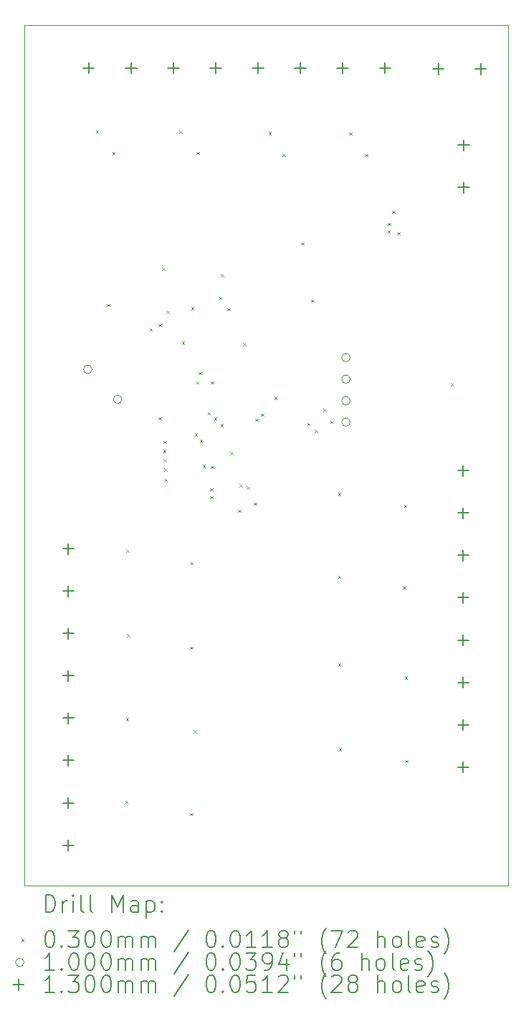
<source format=gbr>
%TF.GenerationSoftware,KiCad,Pcbnew,(6.0.7)*%
%TF.CreationDate,2023-04-24T21:56:24-07:00*%
%TF.ProjectId,OBC-Attempt-2,4f42432d-4174-4746-956d-70742d322e6b,rev?*%
%TF.SameCoordinates,Original*%
%TF.FileFunction,Drillmap*%
%TF.FilePolarity,Positive*%
%FSLAX45Y45*%
G04 Gerber Fmt 4.5, Leading zero omitted, Abs format (unit mm)*
G04 Created by KiCad (PCBNEW (6.0.7)) date 2023-04-24 21:56:24*
%MOMM*%
%LPD*%
G01*
G04 APERTURE LIST*
%ADD10C,0.100000*%
%ADD11C,0.200000*%
%ADD12C,0.030000*%
%ADD13C,0.130000*%
G04 APERTURE END LIST*
D10*
X2540000Y-2540000D02*
X8255000Y-2540000D01*
X8255000Y-2540000D02*
X8255000Y-12700000D01*
X8255000Y-12700000D02*
X2540000Y-12700000D01*
X2540000Y-12700000D02*
X2540000Y-2540000D01*
D11*
D12*
X3385920Y-3785000D02*
X3415920Y-3815000D01*
X3415920Y-3785000D02*
X3385920Y-3815000D01*
X3516340Y-5834040D02*
X3546340Y-5864040D01*
X3546340Y-5834040D02*
X3516340Y-5864040D01*
X3580000Y-4045000D02*
X3610000Y-4075000D01*
X3610000Y-4045000D02*
X3580000Y-4075000D01*
X3731340Y-11701040D02*
X3761340Y-11731040D01*
X3761340Y-11701040D02*
X3731340Y-11731040D01*
X3739340Y-10724040D02*
X3769340Y-10754040D01*
X3769340Y-10724040D02*
X3739340Y-10754040D01*
X3743340Y-8736040D02*
X3773340Y-8766040D01*
X3773340Y-8736040D02*
X3743340Y-8766040D01*
X3751340Y-9735040D02*
X3781340Y-9765040D01*
X3781340Y-9735040D02*
X3751340Y-9765040D01*
X4018000Y-6124000D02*
X4048000Y-6154000D01*
X4048000Y-6124000D02*
X4018000Y-6154000D01*
X4125000Y-7171000D02*
X4155000Y-7201000D01*
X4155000Y-7171000D02*
X4125000Y-7201000D01*
X4127000Y-6070000D02*
X4157000Y-6100000D01*
X4157000Y-6070000D02*
X4127000Y-6100000D01*
X4167900Y-5406240D02*
X4197900Y-5436240D01*
X4197900Y-5406240D02*
X4167900Y-5436240D01*
X4180660Y-7558980D02*
X4210660Y-7588980D01*
X4210660Y-7558980D02*
X4180660Y-7588980D01*
X4183160Y-7668980D02*
X4213160Y-7698980D01*
X4213160Y-7668980D02*
X4183160Y-7698980D01*
X4185660Y-7451480D02*
X4215660Y-7481480D01*
X4215660Y-7451480D02*
X4185660Y-7481480D01*
X4190660Y-7778980D02*
X4220660Y-7808980D01*
X4220660Y-7778980D02*
X4190660Y-7808980D01*
X4195660Y-7901480D02*
X4225660Y-7931480D01*
X4225660Y-7901480D02*
X4195660Y-7931480D01*
X4218700Y-5916780D02*
X4248700Y-5946780D01*
X4248700Y-5916780D02*
X4218700Y-5946780D01*
X4371440Y-3790080D02*
X4401440Y-3820080D01*
X4401440Y-3790080D02*
X4371440Y-3820080D01*
X4400000Y-6281000D02*
X4430000Y-6311000D01*
X4430000Y-6281000D02*
X4400000Y-6311000D01*
X4496340Y-9880040D02*
X4526340Y-9910040D01*
X4526340Y-9880040D02*
X4496340Y-9910040D01*
X4498340Y-11847040D02*
X4528340Y-11877040D01*
X4528340Y-11847040D02*
X4498340Y-11877040D01*
X4502340Y-8883040D02*
X4532340Y-8913040D01*
X4532340Y-8883040D02*
X4502340Y-8913040D01*
X4509000Y-5875000D02*
X4539000Y-5905000D01*
X4539000Y-5875000D02*
X4509000Y-5905000D01*
X4538340Y-10867040D02*
X4568340Y-10897040D01*
X4568340Y-10867040D02*
X4538340Y-10897040D01*
X4553310Y-7363980D02*
X4583310Y-7393980D01*
X4583310Y-7363980D02*
X4553310Y-7393980D01*
X4570340Y-6749040D02*
X4600340Y-6779040D01*
X4600340Y-6749040D02*
X4570340Y-6779040D01*
X4575000Y-4039000D02*
X4605000Y-4069000D01*
X4605000Y-4039000D02*
X4575000Y-4069000D01*
X4597622Y-6641018D02*
X4627622Y-6671018D01*
X4627622Y-6641018D02*
X4597622Y-6671018D01*
X4613160Y-7438980D02*
X4643160Y-7468980D01*
X4643160Y-7438980D02*
X4613160Y-7468980D01*
X4645000Y-7737500D02*
X4675000Y-7767500D01*
X4675000Y-7737500D02*
X4645000Y-7767500D01*
X4703160Y-7111480D02*
X4733160Y-7141480D01*
X4733160Y-7111480D02*
X4703160Y-7141480D01*
X4733160Y-8008830D02*
X4763160Y-8038830D01*
X4763160Y-8008830D02*
X4733160Y-8038830D01*
X4733160Y-8103980D02*
X4763160Y-8133980D01*
X4763160Y-8103980D02*
X4733160Y-8133980D01*
X4741340Y-6750040D02*
X4771340Y-6780040D01*
X4771340Y-6750040D02*
X4741340Y-6780040D01*
X4745000Y-7747500D02*
X4775000Y-7777500D01*
X4775000Y-7747500D02*
X4745000Y-7777500D01*
X4780660Y-7176480D02*
X4810660Y-7206480D01*
X4810660Y-7176480D02*
X4780660Y-7206480D01*
X4840000Y-5749000D02*
X4870000Y-5779000D01*
X4870000Y-5749000D02*
X4840000Y-5779000D01*
X4858160Y-7251480D02*
X4888160Y-7281480D01*
X4888160Y-7251480D02*
X4858160Y-7281480D01*
X4861320Y-5482440D02*
X4891320Y-5512440D01*
X4891320Y-5482440D02*
X4861320Y-5512440D01*
X4938000Y-5887000D02*
X4968000Y-5917000D01*
X4968000Y-5887000D02*
X4938000Y-5917000D01*
X4970660Y-7583980D02*
X5000660Y-7613980D01*
X5000660Y-7583980D02*
X4970660Y-7613980D01*
X5063000Y-8266390D02*
X5093000Y-8296390D01*
X5093000Y-8266390D02*
X5063000Y-8296390D01*
X5080660Y-7963980D02*
X5110660Y-7993980D01*
X5110660Y-7963980D02*
X5080660Y-7993980D01*
X5125420Y-6295180D02*
X5155420Y-6325180D01*
X5155420Y-6295180D02*
X5125420Y-6325180D01*
X5165208Y-7990358D02*
X5195208Y-8020358D01*
X5195208Y-7990358D02*
X5165208Y-8020358D01*
X5250000Y-8180000D02*
X5280000Y-8210000D01*
X5280000Y-8180000D02*
X5250000Y-8210000D01*
X5268160Y-7188980D02*
X5298160Y-7218980D01*
X5298160Y-7188980D02*
X5268160Y-7218980D01*
X5335660Y-7128980D02*
X5365660Y-7158980D01*
X5365660Y-7128980D02*
X5335660Y-7158980D01*
X5425540Y-3805320D02*
X5455540Y-3835320D01*
X5455540Y-3805320D02*
X5425540Y-3835320D01*
X5493720Y-6932720D02*
X5523720Y-6962720D01*
X5523720Y-6932720D02*
X5493720Y-6962720D01*
X5590000Y-4063000D02*
X5620000Y-4093000D01*
X5620000Y-4063000D02*
X5590000Y-4093000D01*
X5808000Y-5105000D02*
X5838000Y-5135000D01*
X5838000Y-5105000D02*
X5808000Y-5135000D01*
X5880660Y-7241480D02*
X5910660Y-7271480D01*
X5910660Y-7241480D02*
X5880660Y-7271480D01*
X5928000Y-5783000D02*
X5958000Y-5813000D01*
X5958000Y-5783000D02*
X5928000Y-5813000D01*
X5970660Y-7318980D02*
X6000660Y-7348980D01*
X6000660Y-7318980D02*
X5970660Y-7348980D01*
X6072340Y-7073040D02*
X6102340Y-7103040D01*
X6102340Y-7073040D02*
X6072340Y-7103040D01*
X6151340Y-7216040D02*
X6181340Y-7246040D01*
X6181340Y-7216040D02*
X6151340Y-7246040D01*
X6244340Y-10083040D02*
X6274340Y-10113040D01*
X6274340Y-10083040D02*
X6244340Y-10113040D01*
X6244340Y-8064040D02*
X6274340Y-8094040D01*
X6274340Y-8064040D02*
X6244340Y-8094040D01*
X6245340Y-9042040D02*
X6275340Y-9072040D01*
X6275340Y-9042040D02*
X6245340Y-9072040D01*
X6255340Y-11081040D02*
X6285340Y-11111040D01*
X6285340Y-11081040D02*
X6255340Y-11111040D01*
X6375500Y-3812940D02*
X6405500Y-3842940D01*
X6405500Y-3812940D02*
X6375500Y-3842940D01*
X6562000Y-4066000D02*
X6592000Y-4096000D01*
X6592000Y-4066000D02*
X6562000Y-4096000D01*
X6830000Y-4968000D02*
X6860000Y-4998000D01*
X6860000Y-4968000D02*
X6830000Y-4998000D01*
X6833000Y-4877000D02*
X6863000Y-4907000D01*
X6863000Y-4877000D02*
X6833000Y-4907000D01*
X6886000Y-4735000D02*
X6916000Y-4765000D01*
X6916000Y-4735000D02*
X6886000Y-4765000D01*
X6944000Y-4990000D02*
X6974000Y-5020000D01*
X6974000Y-4990000D02*
X6944000Y-5020000D01*
X7011340Y-9172040D02*
X7041340Y-9202040D01*
X7041340Y-9172040D02*
X7011340Y-9202040D01*
X7026340Y-8204040D02*
X7056340Y-8234040D01*
X7056340Y-8204040D02*
X7026340Y-8234040D01*
X7032340Y-10231040D02*
X7062340Y-10261040D01*
X7062340Y-10231040D02*
X7032340Y-10261040D01*
X7038340Y-11218040D02*
X7068340Y-11248040D01*
X7068340Y-11218040D02*
X7038340Y-11248040D01*
X7581660Y-6770220D02*
X7611660Y-6800220D01*
X7611660Y-6770220D02*
X7581660Y-6800220D01*
D10*
X3338147Y-6607147D02*
G75*
G03*
X3338147Y-6607147I-50000J0D01*
G01*
X3691701Y-6960701D02*
G75*
G03*
X3691701Y-6960701I-50000J0D01*
G01*
X6389360Y-6469260D02*
G75*
G03*
X6389360Y-6469260I-50000J0D01*
G01*
X6389360Y-6723260D02*
G75*
G03*
X6389360Y-6723260I-50000J0D01*
G01*
X6389360Y-6977260D02*
G75*
G03*
X6389360Y-6977260I-50000J0D01*
G01*
X6389360Y-7231260D02*
G75*
G03*
X6389360Y-7231260I-50000J0D01*
G01*
D13*
X3057840Y-8661040D02*
X3057840Y-8791040D01*
X2992840Y-8726040D02*
X3122840Y-8726040D01*
X3057840Y-9161040D02*
X3057840Y-9291040D01*
X2992840Y-9226040D02*
X3122840Y-9226040D01*
X3057840Y-9661040D02*
X3057840Y-9791040D01*
X2992840Y-9726040D02*
X3122840Y-9726040D01*
X3057840Y-10161040D02*
X3057840Y-10291040D01*
X2992840Y-10226040D02*
X3122840Y-10226040D01*
X3057840Y-10661040D02*
X3057840Y-10791040D01*
X2992840Y-10726040D02*
X3122840Y-10726040D01*
X3057840Y-11161040D02*
X3057840Y-11291040D01*
X2992840Y-11226040D02*
X3122840Y-11226040D01*
X3057840Y-11661040D02*
X3057840Y-11791040D01*
X2992840Y-11726040D02*
X3122840Y-11726040D01*
X3057840Y-12161040D02*
X3057840Y-12291040D01*
X2992840Y-12226040D02*
X3122840Y-12226040D01*
X3300000Y-2984500D02*
X3300000Y-3114500D01*
X3235000Y-3049500D02*
X3365000Y-3049500D01*
X3800000Y-2984500D02*
X3800000Y-3114500D01*
X3735000Y-3049500D02*
X3865000Y-3049500D01*
X4300000Y-2984500D02*
X4300000Y-3114500D01*
X4235000Y-3049500D02*
X4365000Y-3049500D01*
X4800000Y-2984500D02*
X4800000Y-3114500D01*
X4735000Y-3049500D02*
X4865000Y-3049500D01*
X5300000Y-2984500D02*
X5300000Y-3114500D01*
X5235000Y-3049500D02*
X5365000Y-3049500D01*
X5800000Y-2984500D02*
X5800000Y-3114500D01*
X5735000Y-3049500D02*
X5865000Y-3049500D01*
X6300000Y-2984500D02*
X6300000Y-3114500D01*
X6235000Y-3049500D02*
X6365000Y-3049500D01*
X6800000Y-2984500D02*
X6800000Y-3114500D01*
X6735000Y-3049500D02*
X6865000Y-3049500D01*
X7430000Y-2995000D02*
X7430000Y-3125000D01*
X7365000Y-3060000D02*
X7495000Y-3060000D01*
X7724340Y-7739040D02*
X7724340Y-7869040D01*
X7659340Y-7804040D02*
X7789340Y-7804040D01*
X7724340Y-8239040D02*
X7724340Y-8369040D01*
X7659340Y-8304040D02*
X7789340Y-8304040D01*
X7724340Y-8739040D02*
X7724340Y-8869040D01*
X7659340Y-8804040D02*
X7789340Y-8804040D01*
X7724340Y-9239040D02*
X7724340Y-9369040D01*
X7659340Y-9304040D02*
X7789340Y-9304040D01*
X7724340Y-9739040D02*
X7724340Y-9869040D01*
X7659340Y-9804040D02*
X7789340Y-9804040D01*
X7724340Y-10239040D02*
X7724340Y-10369040D01*
X7659340Y-10304040D02*
X7789340Y-10304040D01*
X7724340Y-10739040D02*
X7724340Y-10869040D01*
X7659340Y-10804040D02*
X7789340Y-10804040D01*
X7724340Y-11239040D02*
X7724340Y-11369040D01*
X7659340Y-11304040D02*
X7789340Y-11304040D01*
X7730500Y-3895000D02*
X7730500Y-4025000D01*
X7665500Y-3960000D02*
X7795500Y-3960000D01*
X7730500Y-4395000D02*
X7730500Y-4525000D01*
X7665500Y-4460000D02*
X7795500Y-4460000D01*
X7930000Y-2995000D02*
X7930000Y-3125000D01*
X7865000Y-3060000D02*
X7995000Y-3060000D01*
D11*
X2792619Y-13015476D02*
X2792619Y-12815476D01*
X2840238Y-12815476D01*
X2868809Y-12825000D01*
X2887857Y-12844048D01*
X2897381Y-12863095D01*
X2906905Y-12901190D01*
X2906905Y-12929762D01*
X2897381Y-12967857D01*
X2887857Y-12986905D01*
X2868809Y-13005952D01*
X2840238Y-13015476D01*
X2792619Y-13015476D01*
X2992619Y-13015476D02*
X2992619Y-12882143D01*
X2992619Y-12920238D02*
X3002143Y-12901190D01*
X3011667Y-12891667D01*
X3030714Y-12882143D01*
X3049762Y-12882143D01*
X3116428Y-13015476D02*
X3116428Y-12882143D01*
X3116428Y-12815476D02*
X3106905Y-12825000D01*
X3116428Y-12834524D01*
X3125952Y-12825000D01*
X3116428Y-12815476D01*
X3116428Y-12834524D01*
X3240238Y-13015476D02*
X3221190Y-13005952D01*
X3211667Y-12986905D01*
X3211667Y-12815476D01*
X3345000Y-13015476D02*
X3325952Y-13005952D01*
X3316428Y-12986905D01*
X3316428Y-12815476D01*
X3573571Y-13015476D02*
X3573571Y-12815476D01*
X3640238Y-12958333D01*
X3706905Y-12815476D01*
X3706905Y-13015476D01*
X3887857Y-13015476D02*
X3887857Y-12910714D01*
X3878333Y-12891667D01*
X3859286Y-12882143D01*
X3821190Y-12882143D01*
X3802143Y-12891667D01*
X3887857Y-13005952D02*
X3868809Y-13015476D01*
X3821190Y-13015476D01*
X3802143Y-13005952D01*
X3792619Y-12986905D01*
X3792619Y-12967857D01*
X3802143Y-12948809D01*
X3821190Y-12939286D01*
X3868809Y-12939286D01*
X3887857Y-12929762D01*
X3983095Y-12882143D02*
X3983095Y-13082143D01*
X3983095Y-12891667D02*
X4002143Y-12882143D01*
X4040238Y-12882143D01*
X4059286Y-12891667D01*
X4068809Y-12901190D01*
X4078333Y-12920238D01*
X4078333Y-12977381D01*
X4068809Y-12996428D01*
X4059286Y-13005952D01*
X4040238Y-13015476D01*
X4002143Y-13015476D01*
X3983095Y-13005952D01*
X4164048Y-12996428D02*
X4173571Y-13005952D01*
X4164048Y-13015476D01*
X4154524Y-13005952D01*
X4164048Y-12996428D01*
X4164048Y-13015476D01*
X4164048Y-12891667D02*
X4173571Y-12901190D01*
X4164048Y-12910714D01*
X4154524Y-12901190D01*
X4164048Y-12891667D01*
X4164048Y-12910714D01*
D12*
X2505000Y-13330000D02*
X2535000Y-13360000D01*
X2535000Y-13330000D02*
X2505000Y-13360000D01*
D11*
X2830714Y-13235476D02*
X2849762Y-13235476D01*
X2868809Y-13245000D01*
X2878333Y-13254524D01*
X2887857Y-13273571D01*
X2897381Y-13311667D01*
X2897381Y-13359286D01*
X2887857Y-13397381D01*
X2878333Y-13416428D01*
X2868809Y-13425952D01*
X2849762Y-13435476D01*
X2830714Y-13435476D01*
X2811667Y-13425952D01*
X2802143Y-13416428D01*
X2792619Y-13397381D01*
X2783095Y-13359286D01*
X2783095Y-13311667D01*
X2792619Y-13273571D01*
X2802143Y-13254524D01*
X2811667Y-13245000D01*
X2830714Y-13235476D01*
X2983095Y-13416428D02*
X2992619Y-13425952D01*
X2983095Y-13435476D01*
X2973571Y-13425952D01*
X2983095Y-13416428D01*
X2983095Y-13435476D01*
X3059286Y-13235476D02*
X3183095Y-13235476D01*
X3116428Y-13311667D01*
X3145000Y-13311667D01*
X3164048Y-13321190D01*
X3173571Y-13330714D01*
X3183095Y-13349762D01*
X3183095Y-13397381D01*
X3173571Y-13416428D01*
X3164048Y-13425952D01*
X3145000Y-13435476D01*
X3087857Y-13435476D01*
X3068809Y-13425952D01*
X3059286Y-13416428D01*
X3306905Y-13235476D02*
X3325952Y-13235476D01*
X3345000Y-13245000D01*
X3354524Y-13254524D01*
X3364048Y-13273571D01*
X3373571Y-13311667D01*
X3373571Y-13359286D01*
X3364048Y-13397381D01*
X3354524Y-13416428D01*
X3345000Y-13425952D01*
X3325952Y-13435476D01*
X3306905Y-13435476D01*
X3287857Y-13425952D01*
X3278333Y-13416428D01*
X3268809Y-13397381D01*
X3259286Y-13359286D01*
X3259286Y-13311667D01*
X3268809Y-13273571D01*
X3278333Y-13254524D01*
X3287857Y-13245000D01*
X3306905Y-13235476D01*
X3497381Y-13235476D02*
X3516428Y-13235476D01*
X3535476Y-13245000D01*
X3545000Y-13254524D01*
X3554524Y-13273571D01*
X3564048Y-13311667D01*
X3564048Y-13359286D01*
X3554524Y-13397381D01*
X3545000Y-13416428D01*
X3535476Y-13425952D01*
X3516428Y-13435476D01*
X3497381Y-13435476D01*
X3478333Y-13425952D01*
X3468809Y-13416428D01*
X3459286Y-13397381D01*
X3449762Y-13359286D01*
X3449762Y-13311667D01*
X3459286Y-13273571D01*
X3468809Y-13254524D01*
X3478333Y-13245000D01*
X3497381Y-13235476D01*
X3649762Y-13435476D02*
X3649762Y-13302143D01*
X3649762Y-13321190D02*
X3659286Y-13311667D01*
X3678333Y-13302143D01*
X3706905Y-13302143D01*
X3725952Y-13311667D01*
X3735476Y-13330714D01*
X3735476Y-13435476D01*
X3735476Y-13330714D02*
X3745000Y-13311667D01*
X3764048Y-13302143D01*
X3792619Y-13302143D01*
X3811667Y-13311667D01*
X3821190Y-13330714D01*
X3821190Y-13435476D01*
X3916428Y-13435476D02*
X3916428Y-13302143D01*
X3916428Y-13321190D02*
X3925952Y-13311667D01*
X3945000Y-13302143D01*
X3973571Y-13302143D01*
X3992619Y-13311667D01*
X4002143Y-13330714D01*
X4002143Y-13435476D01*
X4002143Y-13330714D02*
X4011667Y-13311667D01*
X4030714Y-13302143D01*
X4059286Y-13302143D01*
X4078333Y-13311667D01*
X4087857Y-13330714D01*
X4087857Y-13435476D01*
X4478333Y-13225952D02*
X4306905Y-13483095D01*
X4735476Y-13235476D02*
X4754524Y-13235476D01*
X4773571Y-13245000D01*
X4783095Y-13254524D01*
X4792619Y-13273571D01*
X4802143Y-13311667D01*
X4802143Y-13359286D01*
X4792619Y-13397381D01*
X4783095Y-13416428D01*
X4773571Y-13425952D01*
X4754524Y-13435476D01*
X4735476Y-13435476D01*
X4716429Y-13425952D01*
X4706905Y-13416428D01*
X4697381Y-13397381D01*
X4687857Y-13359286D01*
X4687857Y-13311667D01*
X4697381Y-13273571D01*
X4706905Y-13254524D01*
X4716429Y-13245000D01*
X4735476Y-13235476D01*
X4887857Y-13416428D02*
X4897381Y-13425952D01*
X4887857Y-13435476D01*
X4878333Y-13425952D01*
X4887857Y-13416428D01*
X4887857Y-13435476D01*
X5021190Y-13235476D02*
X5040238Y-13235476D01*
X5059286Y-13245000D01*
X5068810Y-13254524D01*
X5078333Y-13273571D01*
X5087857Y-13311667D01*
X5087857Y-13359286D01*
X5078333Y-13397381D01*
X5068810Y-13416428D01*
X5059286Y-13425952D01*
X5040238Y-13435476D01*
X5021190Y-13435476D01*
X5002143Y-13425952D01*
X4992619Y-13416428D01*
X4983095Y-13397381D01*
X4973571Y-13359286D01*
X4973571Y-13311667D01*
X4983095Y-13273571D01*
X4992619Y-13254524D01*
X5002143Y-13245000D01*
X5021190Y-13235476D01*
X5278333Y-13435476D02*
X5164048Y-13435476D01*
X5221190Y-13435476D02*
X5221190Y-13235476D01*
X5202143Y-13264048D01*
X5183095Y-13283095D01*
X5164048Y-13292619D01*
X5468810Y-13435476D02*
X5354524Y-13435476D01*
X5411667Y-13435476D02*
X5411667Y-13235476D01*
X5392619Y-13264048D01*
X5373571Y-13283095D01*
X5354524Y-13292619D01*
X5583095Y-13321190D02*
X5564048Y-13311667D01*
X5554524Y-13302143D01*
X5545000Y-13283095D01*
X5545000Y-13273571D01*
X5554524Y-13254524D01*
X5564048Y-13245000D01*
X5583095Y-13235476D01*
X5621190Y-13235476D01*
X5640238Y-13245000D01*
X5649762Y-13254524D01*
X5659286Y-13273571D01*
X5659286Y-13283095D01*
X5649762Y-13302143D01*
X5640238Y-13311667D01*
X5621190Y-13321190D01*
X5583095Y-13321190D01*
X5564048Y-13330714D01*
X5554524Y-13340238D01*
X5545000Y-13359286D01*
X5545000Y-13397381D01*
X5554524Y-13416428D01*
X5564048Y-13425952D01*
X5583095Y-13435476D01*
X5621190Y-13435476D01*
X5640238Y-13425952D01*
X5649762Y-13416428D01*
X5659286Y-13397381D01*
X5659286Y-13359286D01*
X5649762Y-13340238D01*
X5640238Y-13330714D01*
X5621190Y-13321190D01*
X5735476Y-13235476D02*
X5735476Y-13273571D01*
X5811667Y-13235476D02*
X5811667Y-13273571D01*
X6106905Y-13511667D02*
X6097381Y-13502143D01*
X6078333Y-13473571D01*
X6068809Y-13454524D01*
X6059286Y-13425952D01*
X6049762Y-13378333D01*
X6049762Y-13340238D01*
X6059286Y-13292619D01*
X6068809Y-13264048D01*
X6078333Y-13245000D01*
X6097381Y-13216428D01*
X6106905Y-13206905D01*
X6164048Y-13235476D02*
X6297381Y-13235476D01*
X6211667Y-13435476D01*
X6364048Y-13254524D02*
X6373571Y-13245000D01*
X6392619Y-13235476D01*
X6440238Y-13235476D01*
X6459286Y-13245000D01*
X6468809Y-13254524D01*
X6478333Y-13273571D01*
X6478333Y-13292619D01*
X6468809Y-13321190D01*
X6354524Y-13435476D01*
X6478333Y-13435476D01*
X6716428Y-13435476D02*
X6716428Y-13235476D01*
X6802143Y-13435476D02*
X6802143Y-13330714D01*
X6792619Y-13311667D01*
X6773571Y-13302143D01*
X6745000Y-13302143D01*
X6725952Y-13311667D01*
X6716428Y-13321190D01*
X6925952Y-13435476D02*
X6906905Y-13425952D01*
X6897381Y-13416428D01*
X6887857Y-13397381D01*
X6887857Y-13340238D01*
X6897381Y-13321190D01*
X6906905Y-13311667D01*
X6925952Y-13302143D01*
X6954524Y-13302143D01*
X6973571Y-13311667D01*
X6983095Y-13321190D01*
X6992619Y-13340238D01*
X6992619Y-13397381D01*
X6983095Y-13416428D01*
X6973571Y-13425952D01*
X6954524Y-13435476D01*
X6925952Y-13435476D01*
X7106905Y-13435476D02*
X7087857Y-13425952D01*
X7078333Y-13406905D01*
X7078333Y-13235476D01*
X7259286Y-13425952D02*
X7240238Y-13435476D01*
X7202143Y-13435476D01*
X7183095Y-13425952D01*
X7173571Y-13406905D01*
X7173571Y-13330714D01*
X7183095Y-13311667D01*
X7202143Y-13302143D01*
X7240238Y-13302143D01*
X7259286Y-13311667D01*
X7268809Y-13330714D01*
X7268809Y-13349762D01*
X7173571Y-13368809D01*
X7345000Y-13425952D02*
X7364048Y-13435476D01*
X7402143Y-13435476D01*
X7421190Y-13425952D01*
X7430714Y-13406905D01*
X7430714Y-13397381D01*
X7421190Y-13378333D01*
X7402143Y-13368809D01*
X7373571Y-13368809D01*
X7354524Y-13359286D01*
X7345000Y-13340238D01*
X7345000Y-13330714D01*
X7354524Y-13311667D01*
X7373571Y-13302143D01*
X7402143Y-13302143D01*
X7421190Y-13311667D01*
X7497381Y-13511667D02*
X7506905Y-13502143D01*
X7525952Y-13473571D01*
X7535476Y-13454524D01*
X7545000Y-13425952D01*
X7554524Y-13378333D01*
X7554524Y-13340238D01*
X7545000Y-13292619D01*
X7535476Y-13264048D01*
X7525952Y-13245000D01*
X7506905Y-13216428D01*
X7497381Y-13206905D01*
D10*
X2535000Y-13609000D02*
G75*
G03*
X2535000Y-13609000I-50000J0D01*
G01*
D11*
X2897381Y-13699476D02*
X2783095Y-13699476D01*
X2840238Y-13699476D02*
X2840238Y-13499476D01*
X2821190Y-13528048D01*
X2802143Y-13547095D01*
X2783095Y-13556619D01*
X2983095Y-13680428D02*
X2992619Y-13689952D01*
X2983095Y-13699476D01*
X2973571Y-13689952D01*
X2983095Y-13680428D01*
X2983095Y-13699476D01*
X3116428Y-13499476D02*
X3135476Y-13499476D01*
X3154524Y-13509000D01*
X3164048Y-13518524D01*
X3173571Y-13537571D01*
X3183095Y-13575667D01*
X3183095Y-13623286D01*
X3173571Y-13661381D01*
X3164048Y-13680428D01*
X3154524Y-13689952D01*
X3135476Y-13699476D01*
X3116428Y-13699476D01*
X3097381Y-13689952D01*
X3087857Y-13680428D01*
X3078333Y-13661381D01*
X3068809Y-13623286D01*
X3068809Y-13575667D01*
X3078333Y-13537571D01*
X3087857Y-13518524D01*
X3097381Y-13509000D01*
X3116428Y-13499476D01*
X3306905Y-13499476D02*
X3325952Y-13499476D01*
X3345000Y-13509000D01*
X3354524Y-13518524D01*
X3364048Y-13537571D01*
X3373571Y-13575667D01*
X3373571Y-13623286D01*
X3364048Y-13661381D01*
X3354524Y-13680428D01*
X3345000Y-13689952D01*
X3325952Y-13699476D01*
X3306905Y-13699476D01*
X3287857Y-13689952D01*
X3278333Y-13680428D01*
X3268809Y-13661381D01*
X3259286Y-13623286D01*
X3259286Y-13575667D01*
X3268809Y-13537571D01*
X3278333Y-13518524D01*
X3287857Y-13509000D01*
X3306905Y-13499476D01*
X3497381Y-13499476D02*
X3516428Y-13499476D01*
X3535476Y-13509000D01*
X3545000Y-13518524D01*
X3554524Y-13537571D01*
X3564048Y-13575667D01*
X3564048Y-13623286D01*
X3554524Y-13661381D01*
X3545000Y-13680428D01*
X3535476Y-13689952D01*
X3516428Y-13699476D01*
X3497381Y-13699476D01*
X3478333Y-13689952D01*
X3468809Y-13680428D01*
X3459286Y-13661381D01*
X3449762Y-13623286D01*
X3449762Y-13575667D01*
X3459286Y-13537571D01*
X3468809Y-13518524D01*
X3478333Y-13509000D01*
X3497381Y-13499476D01*
X3649762Y-13699476D02*
X3649762Y-13566143D01*
X3649762Y-13585190D02*
X3659286Y-13575667D01*
X3678333Y-13566143D01*
X3706905Y-13566143D01*
X3725952Y-13575667D01*
X3735476Y-13594714D01*
X3735476Y-13699476D01*
X3735476Y-13594714D02*
X3745000Y-13575667D01*
X3764048Y-13566143D01*
X3792619Y-13566143D01*
X3811667Y-13575667D01*
X3821190Y-13594714D01*
X3821190Y-13699476D01*
X3916428Y-13699476D02*
X3916428Y-13566143D01*
X3916428Y-13585190D02*
X3925952Y-13575667D01*
X3945000Y-13566143D01*
X3973571Y-13566143D01*
X3992619Y-13575667D01*
X4002143Y-13594714D01*
X4002143Y-13699476D01*
X4002143Y-13594714D02*
X4011667Y-13575667D01*
X4030714Y-13566143D01*
X4059286Y-13566143D01*
X4078333Y-13575667D01*
X4087857Y-13594714D01*
X4087857Y-13699476D01*
X4478333Y-13489952D02*
X4306905Y-13747095D01*
X4735476Y-13499476D02*
X4754524Y-13499476D01*
X4773571Y-13509000D01*
X4783095Y-13518524D01*
X4792619Y-13537571D01*
X4802143Y-13575667D01*
X4802143Y-13623286D01*
X4792619Y-13661381D01*
X4783095Y-13680428D01*
X4773571Y-13689952D01*
X4754524Y-13699476D01*
X4735476Y-13699476D01*
X4716429Y-13689952D01*
X4706905Y-13680428D01*
X4697381Y-13661381D01*
X4687857Y-13623286D01*
X4687857Y-13575667D01*
X4697381Y-13537571D01*
X4706905Y-13518524D01*
X4716429Y-13509000D01*
X4735476Y-13499476D01*
X4887857Y-13680428D02*
X4897381Y-13689952D01*
X4887857Y-13699476D01*
X4878333Y-13689952D01*
X4887857Y-13680428D01*
X4887857Y-13699476D01*
X5021190Y-13499476D02*
X5040238Y-13499476D01*
X5059286Y-13509000D01*
X5068810Y-13518524D01*
X5078333Y-13537571D01*
X5087857Y-13575667D01*
X5087857Y-13623286D01*
X5078333Y-13661381D01*
X5068810Y-13680428D01*
X5059286Y-13689952D01*
X5040238Y-13699476D01*
X5021190Y-13699476D01*
X5002143Y-13689952D01*
X4992619Y-13680428D01*
X4983095Y-13661381D01*
X4973571Y-13623286D01*
X4973571Y-13575667D01*
X4983095Y-13537571D01*
X4992619Y-13518524D01*
X5002143Y-13509000D01*
X5021190Y-13499476D01*
X5154524Y-13499476D02*
X5278333Y-13499476D01*
X5211667Y-13575667D01*
X5240238Y-13575667D01*
X5259286Y-13585190D01*
X5268810Y-13594714D01*
X5278333Y-13613762D01*
X5278333Y-13661381D01*
X5268810Y-13680428D01*
X5259286Y-13689952D01*
X5240238Y-13699476D01*
X5183095Y-13699476D01*
X5164048Y-13689952D01*
X5154524Y-13680428D01*
X5373571Y-13699476D02*
X5411667Y-13699476D01*
X5430714Y-13689952D01*
X5440238Y-13680428D01*
X5459286Y-13651857D01*
X5468810Y-13613762D01*
X5468810Y-13537571D01*
X5459286Y-13518524D01*
X5449762Y-13509000D01*
X5430714Y-13499476D01*
X5392619Y-13499476D01*
X5373571Y-13509000D01*
X5364048Y-13518524D01*
X5354524Y-13537571D01*
X5354524Y-13585190D01*
X5364048Y-13604238D01*
X5373571Y-13613762D01*
X5392619Y-13623286D01*
X5430714Y-13623286D01*
X5449762Y-13613762D01*
X5459286Y-13604238D01*
X5468810Y-13585190D01*
X5640238Y-13566143D02*
X5640238Y-13699476D01*
X5592619Y-13489952D02*
X5545000Y-13632809D01*
X5668809Y-13632809D01*
X5735476Y-13499476D02*
X5735476Y-13537571D01*
X5811667Y-13499476D02*
X5811667Y-13537571D01*
X6106905Y-13775667D02*
X6097381Y-13766143D01*
X6078333Y-13737571D01*
X6068809Y-13718524D01*
X6059286Y-13689952D01*
X6049762Y-13642333D01*
X6049762Y-13604238D01*
X6059286Y-13556619D01*
X6068809Y-13528048D01*
X6078333Y-13509000D01*
X6097381Y-13480428D01*
X6106905Y-13470905D01*
X6268809Y-13499476D02*
X6230714Y-13499476D01*
X6211667Y-13509000D01*
X6202143Y-13518524D01*
X6183095Y-13547095D01*
X6173571Y-13585190D01*
X6173571Y-13661381D01*
X6183095Y-13680428D01*
X6192619Y-13689952D01*
X6211667Y-13699476D01*
X6249762Y-13699476D01*
X6268809Y-13689952D01*
X6278333Y-13680428D01*
X6287857Y-13661381D01*
X6287857Y-13613762D01*
X6278333Y-13594714D01*
X6268809Y-13585190D01*
X6249762Y-13575667D01*
X6211667Y-13575667D01*
X6192619Y-13585190D01*
X6183095Y-13594714D01*
X6173571Y-13613762D01*
X6525952Y-13699476D02*
X6525952Y-13499476D01*
X6611667Y-13699476D02*
X6611667Y-13594714D01*
X6602143Y-13575667D01*
X6583095Y-13566143D01*
X6554524Y-13566143D01*
X6535476Y-13575667D01*
X6525952Y-13585190D01*
X6735476Y-13699476D02*
X6716428Y-13689952D01*
X6706905Y-13680428D01*
X6697381Y-13661381D01*
X6697381Y-13604238D01*
X6706905Y-13585190D01*
X6716428Y-13575667D01*
X6735476Y-13566143D01*
X6764048Y-13566143D01*
X6783095Y-13575667D01*
X6792619Y-13585190D01*
X6802143Y-13604238D01*
X6802143Y-13661381D01*
X6792619Y-13680428D01*
X6783095Y-13689952D01*
X6764048Y-13699476D01*
X6735476Y-13699476D01*
X6916428Y-13699476D02*
X6897381Y-13689952D01*
X6887857Y-13670905D01*
X6887857Y-13499476D01*
X7068809Y-13689952D02*
X7049762Y-13699476D01*
X7011667Y-13699476D01*
X6992619Y-13689952D01*
X6983095Y-13670905D01*
X6983095Y-13594714D01*
X6992619Y-13575667D01*
X7011667Y-13566143D01*
X7049762Y-13566143D01*
X7068809Y-13575667D01*
X7078333Y-13594714D01*
X7078333Y-13613762D01*
X6983095Y-13632809D01*
X7154524Y-13689952D02*
X7173571Y-13699476D01*
X7211667Y-13699476D01*
X7230714Y-13689952D01*
X7240238Y-13670905D01*
X7240238Y-13661381D01*
X7230714Y-13642333D01*
X7211667Y-13632809D01*
X7183095Y-13632809D01*
X7164048Y-13623286D01*
X7154524Y-13604238D01*
X7154524Y-13594714D01*
X7164048Y-13575667D01*
X7183095Y-13566143D01*
X7211667Y-13566143D01*
X7230714Y-13575667D01*
X7306905Y-13775667D02*
X7316428Y-13766143D01*
X7335476Y-13737571D01*
X7345000Y-13718524D01*
X7354524Y-13689952D01*
X7364048Y-13642333D01*
X7364048Y-13604238D01*
X7354524Y-13556619D01*
X7345000Y-13528048D01*
X7335476Y-13509000D01*
X7316428Y-13480428D01*
X7306905Y-13470905D01*
D13*
X2470000Y-13808000D02*
X2470000Y-13938000D01*
X2405000Y-13873000D02*
X2535000Y-13873000D01*
D11*
X2897381Y-13963476D02*
X2783095Y-13963476D01*
X2840238Y-13963476D02*
X2840238Y-13763476D01*
X2821190Y-13792048D01*
X2802143Y-13811095D01*
X2783095Y-13820619D01*
X2983095Y-13944428D02*
X2992619Y-13953952D01*
X2983095Y-13963476D01*
X2973571Y-13953952D01*
X2983095Y-13944428D01*
X2983095Y-13963476D01*
X3059286Y-13763476D02*
X3183095Y-13763476D01*
X3116428Y-13839667D01*
X3145000Y-13839667D01*
X3164048Y-13849190D01*
X3173571Y-13858714D01*
X3183095Y-13877762D01*
X3183095Y-13925381D01*
X3173571Y-13944428D01*
X3164048Y-13953952D01*
X3145000Y-13963476D01*
X3087857Y-13963476D01*
X3068809Y-13953952D01*
X3059286Y-13944428D01*
X3306905Y-13763476D02*
X3325952Y-13763476D01*
X3345000Y-13773000D01*
X3354524Y-13782524D01*
X3364048Y-13801571D01*
X3373571Y-13839667D01*
X3373571Y-13887286D01*
X3364048Y-13925381D01*
X3354524Y-13944428D01*
X3345000Y-13953952D01*
X3325952Y-13963476D01*
X3306905Y-13963476D01*
X3287857Y-13953952D01*
X3278333Y-13944428D01*
X3268809Y-13925381D01*
X3259286Y-13887286D01*
X3259286Y-13839667D01*
X3268809Y-13801571D01*
X3278333Y-13782524D01*
X3287857Y-13773000D01*
X3306905Y-13763476D01*
X3497381Y-13763476D02*
X3516428Y-13763476D01*
X3535476Y-13773000D01*
X3545000Y-13782524D01*
X3554524Y-13801571D01*
X3564048Y-13839667D01*
X3564048Y-13887286D01*
X3554524Y-13925381D01*
X3545000Y-13944428D01*
X3535476Y-13953952D01*
X3516428Y-13963476D01*
X3497381Y-13963476D01*
X3478333Y-13953952D01*
X3468809Y-13944428D01*
X3459286Y-13925381D01*
X3449762Y-13887286D01*
X3449762Y-13839667D01*
X3459286Y-13801571D01*
X3468809Y-13782524D01*
X3478333Y-13773000D01*
X3497381Y-13763476D01*
X3649762Y-13963476D02*
X3649762Y-13830143D01*
X3649762Y-13849190D02*
X3659286Y-13839667D01*
X3678333Y-13830143D01*
X3706905Y-13830143D01*
X3725952Y-13839667D01*
X3735476Y-13858714D01*
X3735476Y-13963476D01*
X3735476Y-13858714D02*
X3745000Y-13839667D01*
X3764048Y-13830143D01*
X3792619Y-13830143D01*
X3811667Y-13839667D01*
X3821190Y-13858714D01*
X3821190Y-13963476D01*
X3916428Y-13963476D02*
X3916428Y-13830143D01*
X3916428Y-13849190D02*
X3925952Y-13839667D01*
X3945000Y-13830143D01*
X3973571Y-13830143D01*
X3992619Y-13839667D01*
X4002143Y-13858714D01*
X4002143Y-13963476D01*
X4002143Y-13858714D02*
X4011667Y-13839667D01*
X4030714Y-13830143D01*
X4059286Y-13830143D01*
X4078333Y-13839667D01*
X4087857Y-13858714D01*
X4087857Y-13963476D01*
X4478333Y-13753952D02*
X4306905Y-14011095D01*
X4735476Y-13763476D02*
X4754524Y-13763476D01*
X4773571Y-13773000D01*
X4783095Y-13782524D01*
X4792619Y-13801571D01*
X4802143Y-13839667D01*
X4802143Y-13887286D01*
X4792619Y-13925381D01*
X4783095Y-13944428D01*
X4773571Y-13953952D01*
X4754524Y-13963476D01*
X4735476Y-13963476D01*
X4716429Y-13953952D01*
X4706905Y-13944428D01*
X4697381Y-13925381D01*
X4687857Y-13887286D01*
X4687857Y-13839667D01*
X4697381Y-13801571D01*
X4706905Y-13782524D01*
X4716429Y-13773000D01*
X4735476Y-13763476D01*
X4887857Y-13944428D02*
X4897381Y-13953952D01*
X4887857Y-13963476D01*
X4878333Y-13953952D01*
X4887857Y-13944428D01*
X4887857Y-13963476D01*
X5021190Y-13763476D02*
X5040238Y-13763476D01*
X5059286Y-13773000D01*
X5068810Y-13782524D01*
X5078333Y-13801571D01*
X5087857Y-13839667D01*
X5087857Y-13887286D01*
X5078333Y-13925381D01*
X5068810Y-13944428D01*
X5059286Y-13953952D01*
X5040238Y-13963476D01*
X5021190Y-13963476D01*
X5002143Y-13953952D01*
X4992619Y-13944428D01*
X4983095Y-13925381D01*
X4973571Y-13887286D01*
X4973571Y-13839667D01*
X4983095Y-13801571D01*
X4992619Y-13782524D01*
X5002143Y-13773000D01*
X5021190Y-13763476D01*
X5268810Y-13763476D02*
X5173571Y-13763476D01*
X5164048Y-13858714D01*
X5173571Y-13849190D01*
X5192619Y-13839667D01*
X5240238Y-13839667D01*
X5259286Y-13849190D01*
X5268810Y-13858714D01*
X5278333Y-13877762D01*
X5278333Y-13925381D01*
X5268810Y-13944428D01*
X5259286Y-13953952D01*
X5240238Y-13963476D01*
X5192619Y-13963476D01*
X5173571Y-13953952D01*
X5164048Y-13944428D01*
X5468810Y-13963476D02*
X5354524Y-13963476D01*
X5411667Y-13963476D02*
X5411667Y-13763476D01*
X5392619Y-13792048D01*
X5373571Y-13811095D01*
X5354524Y-13820619D01*
X5545000Y-13782524D02*
X5554524Y-13773000D01*
X5573571Y-13763476D01*
X5621190Y-13763476D01*
X5640238Y-13773000D01*
X5649762Y-13782524D01*
X5659286Y-13801571D01*
X5659286Y-13820619D01*
X5649762Y-13849190D01*
X5535476Y-13963476D01*
X5659286Y-13963476D01*
X5735476Y-13763476D02*
X5735476Y-13801571D01*
X5811667Y-13763476D02*
X5811667Y-13801571D01*
X6106905Y-14039667D02*
X6097381Y-14030143D01*
X6078333Y-14001571D01*
X6068809Y-13982524D01*
X6059286Y-13953952D01*
X6049762Y-13906333D01*
X6049762Y-13868238D01*
X6059286Y-13820619D01*
X6068809Y-13792048D01*
X6078333Y-13773000D01*
X6097381Y-13744428D01*
X6106905Y-13734905D01*
X6173571Y-13782524D02*
X6183095Y-13773000D01*
X6202143Y-13763476D01*
X6249762Y-13763476D01*
X6268809Y-13773000D01*
X6278333Y-13782524D01*
X6287857Y-13801571D01*
X6287857Y-13820619D01*
X6278333Y-13849190D01*
X6164048Y-13963476D01*
X6287857Y-13963476D01*
X6402143Y-13849190D02*
X6383095Y-13839667D01*
X6373571Y-13830143D01*
X6364048Y-13811095D01*
X6364048Y-13801571D01*
X6373571Y-13782524D01*
X6383095Y-13773000D01*
X6402143Y-13763476D01*
X6440238Y-13763476D01*
X6459286Y-13773000D01*
X6468809Y-13782524D01*
X6478333Y-13801571D01*
X6478333Y-13811095D01*
X6468809Y-13830143D01*
X6459286Y-13839667D01*
X6440238Y-13849190D01*
X6402143Y-13849190D01*
X6383095Y-13858714D01*
X6373571Y-13868238D01*
X6364048Y-13887286D01*
X6364048Y-13925381D01*
X6373571Y-13944428D01*
X6383095Y-13953952D01*
X6402143Y-13963476D01*
X6440238Y-13963476D01*
X6459286Y-13953952D01*
X6468809Y-13944428D01*
X6478333Y-13925381D01*
X6478333Y-13887286D01*
X6468809Y-13868238D01*
X6459286Y-13858714D01*
X6440238Y-13849190D01*
X6716428Y-13963476D02*
X6716428Y-13763476D01*
X6802143Y-13963476D02*
X6802143Y-13858714D01*
X6792619Y-13839667D01*
X6773571Y-13830143D01*
X6745000Y-13830143D01*
X6725952Y-13839667D01*
X6716428Y-13849190D01*
X6925952Y-13963476D02*
X6906905Y-13953952D01*
X6897381Y-13944428D01*
X6887857Y-13925381D01*
X6887857Y-13868238D01*
X6897381Y-13849190D01*
X6906905Y-13839667D01*
X6925952Y-13830143D01*
X6954524Y-13830143D01*
X6973571Y-13839667D01*
X6983095Y-13849190D01*
X6992619Y-13868238D01*
X6992619Y-13925381D01*
X6983095Y-13944428D01*
X6973571Y-13953952D01*
X6954524Y-13963476D01*
X6925952Y-13963476D01*
X7106905Y-13963476D02*
X7087857Y-13953952D01*
X7078333Y-13934905D01*
X7078333Y-13763476D01*
X7259286Y-13953952D02*
X7240238Y-13963476D01*
X7202143Y-13963476D01*
X7183095Y-13953952D01*
X7173571Y-13934905D01*
X7173571Y-13858714D01*
X7183095Y-13839667D01*
X7202143Y-13830143D01*
X7240238Y-13830143D01*
X7259286Y-13839667D01*
X7268809Y-13858714D01*
X7268809Y-13877762D01*
X7173571Y-13896809D01*
X7345000Y-13953952D02*
X7364048Y-13963476D01*
X7402143Y-13963476D01*
X7421190Y-13953952D01*
X7430714Y-13934905D01*
X7430714Y-13925381D01*
X7421190Y-13906333D01*
X7402143Y-13896809D01*
X7373571Y-13896809D01*
X7354524Y-13887286D01*
X7345000Y-13868238D01*
X7345000Y-13858714D01*
X7354524Y-13839667D01*
X7373571Y-13830143D01*
X7402143Y-13830143D01*
X7421190Y-13839667D01*
X7497381Y-14039667D02*
X7506905Y-14030143D01*
X7525952Y-14001571D01*
X7535476Y-13982524D01*
X7545000Y-13953952D01*
X7554524Y-13906333D01*
X7554524Y-13868238D01*
X7545000Y-13820619D01*
X7535476Y-13792048D01*
X7525952Y-13773000D01*
X7506905Y-13744428D01*
X7497381Y-13734905D01*
M02*

</source>
